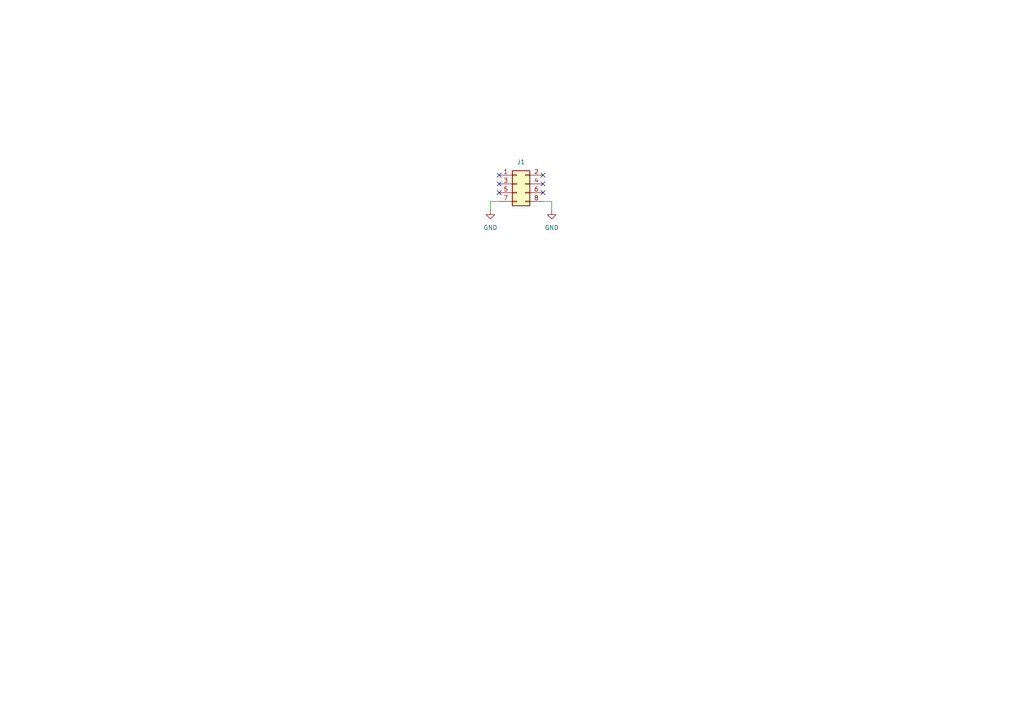
<source format=kicad_sch>
(kicad_sch (version 20231120) (generator "eeschema") (generator_version "8.0")
  (paper "A4")
  (lib_symbols
    (symbol "kicad_inventree_lib:PinHeader_02x04_P2.54_THT_angle" (pin_names (offset 1.016) hide)
      (property "Reference" "J" (at 1.27 5.08 0))
      (property "Value" "PinHeader_02x04_P2.54_THT_angle" (at 1.27 -7.62 0))
      (symbol "PinHeader_02x04_P2.54_THT_angle_1_1"
        (rectangle (start -1.27 -4.953) (end 0 -5.207) (stroke (width 0.1524)))
        (rectangle (start -1.27 -2.413) (end 0 -2.667) (stroke (width 0.1524)))
        (rectangle (start -1.27 0.127) (end 0 -0.127) (stroke (width 0.1524)))
        (rectangle (start -1.27 2.667) (end 0 2.413) (stroke (width 0.1524)))
        (rectangle (start -1.27 3.81) (end 3.81 -6.35) (stroke (width 0.254)) (fill (type background)))
        (rectangle (start 3.81 -4.953) (end 2.54 -5.207) (stroke (width 0.1524)))
        (rectangle (start 3.81 -2.413) (end 2.54 -2.667) (stroke (width 0.1524)))
        (rectangle (start 3.81 0.127) (end 2.54 -0.127) (stroke (width 0.1524)))
        (rectangle (start 3.81 2.667) (end 2.54 2.413) (stroke (width 0.1524)))
        (pin passive line (at -5.08 2.54 0) (length 3.81) (name "Pin_1") (number "1"))
        (pin passive line (at 7.62 2.54 180) (length 3.81) (name "Pin_2") (number "2"))
        (pin passive line (at -5.08 0 0) (length 3.81) (name "Pin_3") (number "3"))
        (pin passive line (at 7.62 0 180) (length 3.81) (name "Pin_4") (number "4"))
        (pin passive line (at -5.08 -2.54 0) (length 3.81) (name "Pin_5") (number "5"))
        (pin passive line (at 7.62 -2.54 180) (length 3.81) (name "Pin_6") (number "6"))
        (pin passive line (at -5.08 -5.08 0) (length 3.81) (name "Pin_7") (number "7"))
        (pin passive line (at 7.62 -5.08 180) (length 3.81) (name "Pin_8") (number "8"))
      )
    )
    (symbol "power:GND" (power) (pin_numbers hide) (pin_names (offset 0) hide)
      (property "Value" "GND" (at 0 -3.81 0))
      (symbol "GND_0_1"
        (polyline (pts (xy 0 0) (xy 0 -1.27) (xy 1.27 -1.27) (xy 0 -2.54) (xy -1.27 -1.27) (xy 0 -1.27)))
      )
      (symbol "GND_1_1"
        (pin power_in line (at 0 0 270) (length 0) (name "~") (number "1"))
      )
    )
  )
  (no_connect (at 144.78 55.88))
  (no_connect (at 157.48 55.88))
  (no_connect (at 157.48 53.34))
  (no_connect (at 157.48 50.8))
  (no_connect (at 144.78 50.8))
  (no_connect (at 144.78 53.34))
  (wire (pts (xy 142.24 60.96) (xy 142.24 58.42)))
  (wire (pts (xy 160.02 58.42) (xy 157.48 58.42)))
  (wire (pts (xy 142.24 58.42) (xy 144.78 58.42)))
  (wire (pts (xy 160.02 60.96) (xy 160.02 58.42)))
  (symbol (lib_id "power:GND") (at 160.02 60.96 0) (unit 1)
    (property "Reference" "#PWR01" (effects (hide yes)))
    (property "Value" "GND" (at 160.02 66.04 0))
    (property "Description" "Power symbol creates a global label with name \"GND\" , ground" (effects (hide yes)))
  )
  (symbol (lib_id "power:GND") (at 142.24 60.96 0) (unit 1)
    (property "Reference" "#PWR02" (effects (hide yes)))
    (property "Value" "GND" (at 142.24 66.04 0))
    (property "Description" "Power symbol creates a global label with name \"GND\" , ground" (effects (hide yes)))
  )
  (symbol (lib_id "kicad_inventree_lib:PinHeader_02x04_P2.54_THT_angle") (at 149.86 53.34 0) (unit 1)
    (property "Reference" "J1" (at 151.13 46.99 0))
    (property "Value" "PinHeader_02x04_P2.54_THT_angle" (effects (hide yes)))
    (property "Footprint" "Connector_PinHeader_2.54mm:PinHeader_2x04_P2.54mm_Horizontal" (effects (hide yes)))
    (property "Datasheet" "http://inventree.network/part/128/" (effects (hide yes)))
    (property "Description" "Generic connector, double row, 02x04, odd/even pin numbering scheme (row 1 odd numbers, row 2 even numbers), script generated (kicad-library-utils/schlib/autogen/connector/)" (effects (hide yes)))
    (property "part_ipn" "PinHeader_02x04_P2.54_THT_angle" (effects (hide yes)))
  )
)
</source>
